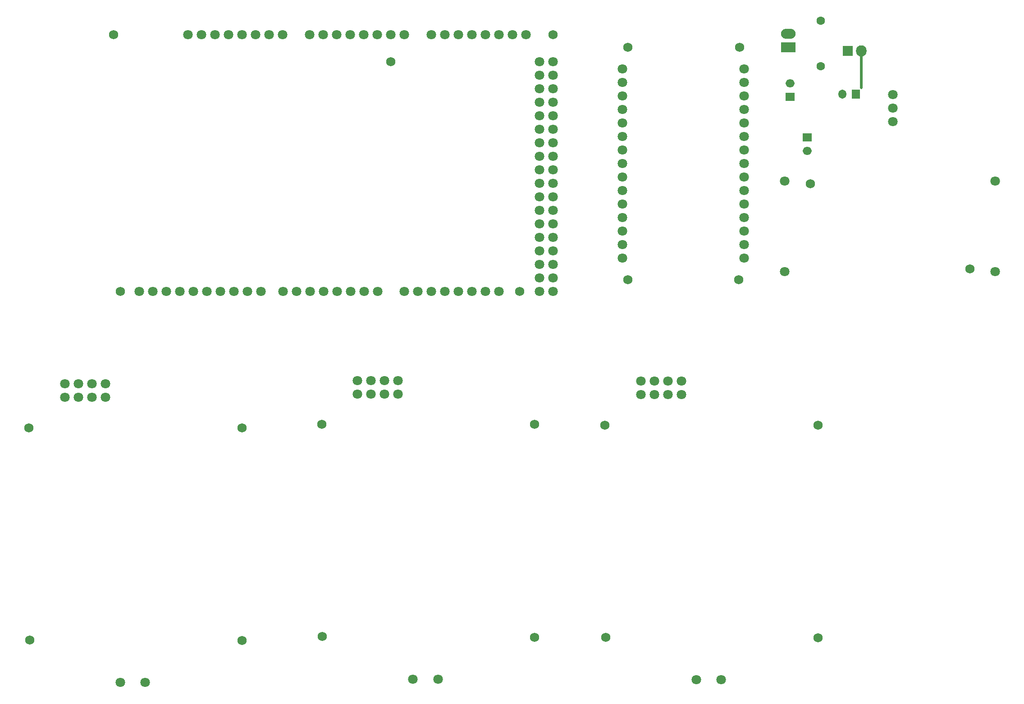
<source format=gbs>
G04*
G04 #@! TF.GenerationSoftware,Altium Limited,Altium Designer,21.8.1 (53)*
G04*
G04 Layer_Color=16711935*
%FSLAX44Y44*%
%MOMM*%
G71*
G04*
G04 #@! TF.SameCoordinates,8ADACE41-6A2D-41FB-BF43-4A9E8EE8C82B*
G04*
G04*
G04 #@! TF.FilePolarity,Negative*
G04*
G01*
G75*
%ADD14R,1.9812X1.9812*%
%ADD15O,1.9812X2.1082*%
%ADD16R,1.5032X1.7032*%
%ADD17O,1.5032X1.7032*%
%ADD18R,1.7032X1.5032*%
%ADD19O,1.7032X1.5032*%
%ADD20C,1.8032*%
%ADD21C,1.7272*%
%ADD22C,1.6032*%
%ADD23R,2.7432X1.8542*%
%ADD24O,2.7432X1.8542*%
%ADD25C,0.5080*%
D14*
X1629410Y1252220D02*
D03*
D15*
X1654810D02*
D03*
D16*
X1644650Y1170940D02*
D03*
D17*
X1619250D02*
D03*
D18*
X1553210Y1089660D02*
D03*
X1521460Y1165860D02*
D03*
D19*
X1553210Y1064260D02*
D03*
X1521460Y1191260D02*
D03*
D20*
X1714500Y1169670D02*
D03*
Y1118870D02*
D03*
Y1144270D02*
D03*
X1906270Y836930D02*
D03*
Y1007110D02*
D03*
X1511300Y836930D02*
D03*
Y1007110D02*
D03*
X262890Y64770D02*
D03*
X158750Y626110D02*
D03*
Y600710D02*
D03*
X234950D02*
D03*
X209550D02*
D03*
X184150D02*
D03*
X234950Y626110D02*
D03*
X209550D02*
D03*
X184150D02*
D03*
X309880Y64770D02*
D03*
X812800Y71120D02*
D03*
X708660Y632460D02*
D03*
Y607060D02*
D03*
X784860D02*
D03*
X759460D02*
D03*
X734060D02*
D03*
X784860Y632460D02*
D03*
X759460D02*
D03*
X734060D02*
D03*
X859790Y71120D02*
D03*
X323850Y800100D02*
D03*
X349250D02*
D03*
X374650D02*
D03*
X400050D02*
D03*
X425450D02*
D03*
X450850D02*
D03*
X476250D02*
D03*
X501650D02*
D03*
X527050D02*
D03*
X389890Y1282700D02*
D03*
X847090D02*
D03*
X1050290Y800100D02*
D03*
X796290D02*
D03*
X568960D02*
D03*
X298450D02*
D03*
X415290Y1282700D02*
D03*
X440690D02*
D03*
X466090D02*
D03*
X491490D02*
D03*
X516890D02*
D03*
X542290D02*
D03*
X567690D02*
D03*
X643890D02*
D03*
X669290D02*
D03*
X694690D02*
D03*
X720090D02*
D03*
X745490D02*
D03*
X770890D02*
D03*
X796290D02*
D03*
X872490D02*
D03*
X897890D02*
D03*
X923290D02*
D03*
X948690D02*
D03*
X974090D02*
D03*
X999490D02*
D03*
X1024890D02*
D03*
X618490D02*
D03*
X1050290Y1231900D02*
D03*
X1075690D02*
D03*
X974090Y800100D02*
D03*
X948690D02*
D03*
X923290D02*
D03*
X897890D02*
D03*
X872490D02*
D03*
X847090D02*
D03*
X821690D02*
D03*
X746760D02*
D03*
X721360D02*
D03*
X695960D02*
D03*
X670560D02*
D03*
X645160D02*
D03*
X619760D02*
D03*
X594360D02*
D03*
X1075690Y1206500D02*
D03*
Y1181100D02*
D03*
Y1155700D02*
D03*
Y1130300D02*
D03*
Y1104900D02*
D03*
Y1079500D02*
D03*
Y1054100D02*
D03*
Y1028700D02*
D03*
Y1003300D02*
D03*
Y977900D02*
D03*
Y952500D02*
D03*
Y927100D02*
D03*
Y901700D02*
D03*
Y876300D02*
D03*
Y850900D02*
D03*
Y825500D02*
D03*
Y800100D02*
D03*
X1050290Y1206500D02*
D03*
Y1181100D02*
D03*
Y1155700D02*
D03*
Y1130300D02*
D03*
Y1104900D02*
D03*
Y1079500D02*
D03*
Y1054100D02*
D03*
Y1028700D02*
D03*
Y1003300D02*
D03*
Y977900D02*
D03*
Y952500D02*
D03*
Y927100D02*
D03*
Y901700D02*
D03*
Y876300D02*
D03*
Y850900D02*
D03*
Y825500D02*
D03*
X1344930Y69850D02*
D03*
X1240790Y631190D02*
D03*
Y605790D02*
D03*
X1316990D02*
D03*
X1291590D02*
D03*
X1266190D02*
D03*
X1316990Y631190D02*
D03*
X1291590D02*
D03*
X1266190D02*
D03*
X1391920Y69850D02*
D03*
X1206500Y1217930D02*
D03*
Y1192530D02*
D03*
Y1167130D02*
D03*
Y1141730D02*
D03*
Y1116330D02*
D03*
Y1090930D02*
D03*
Y1065530D02*
D03*
Y1040130D02*
D03*
Y1014730D02*
D03*
Y989330D02*
D03*
Y963930D02*
D03*
Y938530D02*
D03*
Y913130D02*
D03*
Y887730D02*
D03*
Y862330D02*
D03*
X1435100D02*
D03*
Y887730D02*
D03*
Y913130D02*
D03*
Y938530D02*
D03*
Y963930D02*
D03*
Y989330D02*
D03*
Y1014730D02*
D03*
Y1040130D02*
D03*
Y1065530D02*
D03*
Y1090930D02*
D03*
Y1116330D02*
D03*
Y1141730D02*
D03*
Y1167130D02*
D03*
Y1192530D02*
D03*
Y1217930D02*
D03*
D21*
X1559560Y1002030D02*
D03*
X1859280Y842010D02*
D03*
X491490Y543560D02*
D03*
X92710Y144780D02*
D03*
X91440Y543560D02*
D03*
X491490Y143510D02*
D03*
X1041400Y549910D02*
D03*
X642620Y151130D02*
D03*
X641350Y549910D02*
D03*
X1041400Y149860D02*
D03*
X262890Y800100D02*
D03*
X1013460D02*
D03*
X770890Y1231900D02*
D03*
X1075690Y1282700D02*
D03*
X250190D02*
D03*
X1573530Y548640D02*
D03*
X1174750Y149860D02*
D03*
X1173480Y548640D02*
D03*
X1573530Y148590D02*
D03*
X1424940Y821690D02*
D03*
X1426210Y1258570D02*
D03*
X1216660Y821690D02*
D03*
Y1258570D02*
D03*
D22*
X1578610Y1308481D02*
D03*
Y1222756D02*
D03*
D23*
X1517650Y1258570D02*
D03*
D24*
Y1283970D02*
D03*
D25*
X1654810Y1182100D02*
Y1252220D01*
M02*

</source>
